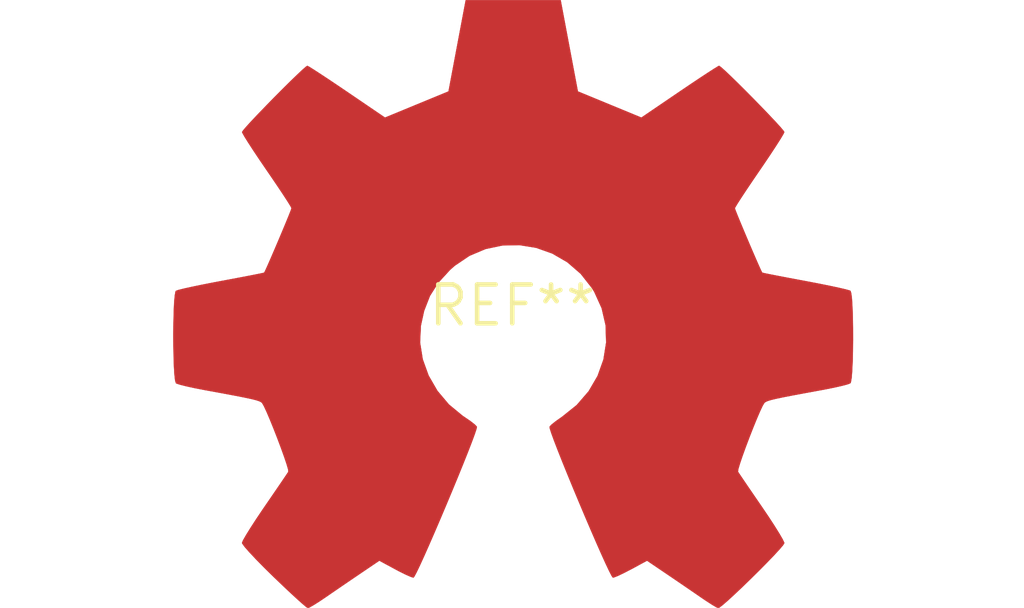
<source format=kicad_pcb>
(kicad_pcb (version 20240108) (generator pcbnew)
  (layers (0 "F.Cu" signal) (31 "B.Cu" signal) (34 "B.Paste" user) (35 "F.Paste" user) (36 "B.SilkS" user "B.Silkscreen") (37 "F.SilkS" user "F.Silkscreen") (38 "B.Mask" user) (39 "F.Mask" user) (44 "Edge.Cuts" user))
  (net 0 "")
  (footprint "OSHW-Symbol_22.3x20mm_Copper" (layer "F.Cu") (at 0 0)
    (property "Reference" "REF**")
    (property "Value" "OSHW-Symbol_22.3x20mm_Copper")
    (fp_poly (pts (xy 1.866338 -8.498934) (xy 2.147794 -7.005955) (xy 3.186327 -6.577837) (xy 4.224861 -6.14972) (xy 5.470755 -6.996919) (xy 5.81967 -7.232807) (xy 6.135071 -7.443425) (xy 6.402239 -7.619155) (xy 6.606456 -7.750383) (xy 6.733004 -7.827492) (xy 6.767467 -7.844118) (xy 6.829552 -7.801357) (xy 6.962221 -7.683141) (xy 7.150601 -7.504572) (xy 7.379825 -7.28075) (xy 7.635019 -7.026778) (xy 7.901315 -6.757755) (xy 8.163842 -6.488783) (xy 8.407729 -6.234963) (xy 8.618105 -6.011397) (xy 8.780101 -5.833186) (xy 8.878845 -5.71543) (xy 8.902451 -5.676021) (xy 8.868478 -5.603368) (xy 8.773234 -5.444199) (xy 8.626735 -5.214084) (xy 8.438993 -4.928592) (xy 8.220022 -4.603291) (xy 8.093137 -4.417748) (xy 7.861863 -4.078946) (xy 7.656352 -3.773211) (xy 7.486575 -3.515763) (xy 7.362502 -3.321819) (xy 7.294102 -3.206598) (xy 7.283823 -3.182384) (xy 7.307124 -3.113567) (xy 7.370637 -2.953181) (xy 7.464779 -2.723777) (xy 7.579966 -2.447904) (xy 7.706617 -2.148113) (xy 7.835148 -1.846954) (xy 7.955975 -1.566978) (xy 8.059515 -1.330734) (xy 8.136186 -1.160772) (xy 8.176405 -1.079643) (xy 8.178779 -1.07645) (xy 8.24193 -1.060959) (xy 8.410115 -1.0264) (xy 8.6659 -0.97617) (xy 8.991853 -0.913666) (xy 9.370541 -0.842286) (xy 9.591485 -0.801123) (xy 9.996132 -0.724079) (xy 10.361624 -0.650767) (xy 10.669468 -0.585198) (xy 10.901174 -0.531385) (xy 11.038253 -0.493339) (xy 11.065809 -0.481268) (xy 11.092797 -0.399565) (xy 11.114573 -0.215039) (xy 11.131151 0.05073) (xy 11.142546 0.376166) (xy 11.148773 0.73969) (xy 11.149845 1.119725) (xy 11.145779 1.494692) (xy 11.136589 1.843014) (xy 11.122289 2.143113) (xy 11.102895 2.373411) (xy 11.078421 2.512329) (xy 11.063742 2.541249) (xy 10.975998 2.575913) (xy 10.790072 2.62547) (xy 10.530558 2.684098) (xy 10.222049 2.745976) (xy 10.114355 2.765994) (xy 9.595119 2.861102) (xy 9.18496 2.937697) (xy 8.870325 2.998821) (xy 8.637663 3.047521) (xy 8.473419 3.086839) (xy 8.364043 3.11982) (xy 8.295981 3.149509) (xy 8.255681 3.17895) (xy 8.250043 3.184769) (xy 8.193758 3.278499) (xy 8.107895 3.460911) (xy 8.001029 3.709667) (xy 7.881731 4.002432) (xy 7.758576 4.316869) (xy 7.640138 4.630641) (xy 7.534988 4.921412) (xy 7.451702 5.166846) (xy 7.398853 5.344606) (xy 7.385013 5.432355) (xy 7.386167 5.435429) (xy 7.43306 5.507152) (xy 7.539442 5.664962) (xy 7.694133 5.892432) (xy 7.885955 6.173137) (xy 8.103728 6.49065) (xy 8.165747 6.580881) (xy 8.386882 6.908006) (xy 8.581472 7.206477) (xy 8.738915 7.459153) (xy 8.848613 7.648896) (xy 8.899964 7.758567) (xy 8.902451 7.772041) (xy 8.859306 7.842859) (xy 8.74009 7.983151) (xy 8.560127 8.177841) (xy 8.334743 8.41185) (xy 8.079264 8.670101) (xy 7.809015 8.937515) (xy 7.539322 9.199014) (xy 7.28551 9.439522) (xy 7.062906 9.64396) (xy 6.886834 9.79725) (xy 6.77262 9.884314) (xy 6.741024 9.898529) (xy 6.667479 9.865048) (xy 6.516904 9.774748) (xy 6.313825 9.642839) (xy 6.157577 9.536667) (xy 5.874463 9.34185) (xy 5.539187 9.11246) (xy 5.202888 8.883438) (xy 5.022083 8.760865) (xy 4.410097 8.346925) (xy 3.896377 8.624688) (xy 3.66234 8.74637) (xy 3.463326 8.840951) (xy 3.328669 8.894895) (xy 3.294393 8.902402) (xy 3.253176 8.846981) (xy 3.171863 8.690373) (xy 3.056522 8.447021) (xy 2.913225 8.131373) (xy 2.748041 7.757873) (xy 2.56704 7.340968) (xy 2.376292 6.895104) (xy 2.181867 6.434726) (xy 1.989835 5.97428) (xy 1.806267 5.528211) (xy 1.637232 5.110967) (xy 1.4888 4.736992) (xy 1.367042 4.420732) (xy 1.278027 4.176633) (xy 1.227825 4.019141) (xy 1.219751 3.965052) (xy 1.283742 3.896059) (xy 1.423847 3.784063) (xy 1.610779 3.652334) (xy 1.626468 3.641911) (xy 2.109613 3.255171) (xy 2.499186 2.803976) (xy 2.791812 2.302755) (xy 2.984114 1.765934) (xy 3.072717 1.207941) (xy 3.054244 0.643202) (xy 2.925319 0.086146) (xy 2.682566 -0.448802) (xy 2.611146 -0.565842) (xy 2.239671 -1.038455) (xy 1.800818 -1.417971) (xy 1.309776 -1.702415) (xy 0.781734 -1.889814) (xy 0.231883 -1.978195) (xy -0.32459 -1.965582) (xy -0.872496 -1.850004) (xy -1.396644 -1.629486) (xy -1.881846 -1.302054) (xy -2.031933 -1.169157) (xy -2.413912 -0.753153) (xy -2.692256 -0.31522) (xy -2.883191 0.175664) (xy -2.989532 0.661792) (xy -3.015783 1.208353) (xy -2.928248 1.757628) (xy -2.735817 2.29105) (xy -2.447382 2.790053) (xy -2.071835 3.236072) (xy -1.618067 3.610541) (xy -1.558431 3.650013) (xy -1.369496 3.779279) (xy -1.225871 3.89128) (xy -1.157206 3.962791) (xy -1.156207 3.965052) (xy -1.170949 4.042409) (xy -1.229386 4.217977) (xy -1.325446 4.477313) (xy -1.453056 4.805973) (xy -1.606144 5.189517) (xy -1.778638 5.613501) (xy -1.964465 6.063483) (xy -2.157553 6.525019) (xy -2.351829 6.983669) (xy -2.541221 7.424988) (xy -2.719656 7.834535) (xy -2.881063 8.197868) (xy -3.019368 8.500543) (xy -3.128499 8.728117) (xy -3.202384 8.86615) (xy -3.232138 8.902402) (xy -3.323056 8.874172) (xy -3.493174 8.798461) (xy -3.713158 8.688799) (xy -3.834123 8.624688) (xy -4.347842 8.346925) (xy -4.959828 8.760865) (xy -5.272233 8.972923) (xy -5.614262 9.206288) (xy -5.934778 9.42602) (xy -6.095322 9.536667) (xy -6.321121 9.688294) (xy -6.512321 9.808451) (xy -6.64398 9.881923) (xy -6.686744 9.897455) (xy -6.748986 9.855556) (xy -6.886737 9.73859) (xy -7.086642 9.558699) (xy -7.335348 9.32803) (xy -7.619498 9.058725) (xy -7.79921 8.885813) (xy -8.113621 8.576891) (xy -8.385341 8.300584) (xy -8.603387 8.068712) (xy -8.756775 7.893093) (xy -8.834521 7.785548) (xy -8.84198 7.763724) (xy -8.807367 7.680708) (xy -8.711719 7.512855) (xy -8.565645 7.277158) (xy -8.379756 6.990611) (xy -8.164661 6.670207) (xy -8.103493 6.580881) (xy -7.880613 6.256222) (xy -7.680655 5.963921) (xy -7.514798 5.720404) (xy -7.394222 5.542097) (xy -7.330106 5.445425) (xy -7.323912 5.435429) (xy -7.333175 5.358386) (xy -7.382345 5.188997) (xy -7.462849 4.949597) (xy -7.566112 4.662522) (xy -7.683562 4.35011) (xy -7.806625 4.034697) (xy -7.926728 3.738619) (xy -8.035297 3.484212) (xy -8.123758 3.293814) (xy -8.183539 3.18976) (xy -8.187788 3.184769) (xy -8.224344 3.155031) (xy -8.286087 3.125623) (xy -8.386568 3.093502) (xy -8.539341 3.055622) (xy -8.757957 3.00894) (xy -9.055969 2.950411) (xy -9.44693 2.876991) (xy -9.944392 2.785636) (xy -10.0521 2.765994) (xy -10.371323 2.704318) (xy -10.649616 2.643982) (xy -10.862386 2.590808) (xy -10.98504 2.550619) (xy -11.001487 2.541249) (xy -11.028588 2.458183) (xy -11.050617 2.272553) (xy -11.067559 2.005938) (xy -11.0794 1.679917) (xy -11.086124 1.316066) (xy -11.087716 0.935964) (xy -11.084163 0.561189) (xy -11.075449 0.213318) (xy -11.061559 -0.08607) (xy -11.042479 -0.315397) (xy -11.018194 -0.453087) (xy -11.003554 -0.481268) (xy -10.922049 -0.509694) (xy -10.736454 -0.555941) (xy -10.46526 -0.615995) (xy -10.126957 -0.685846) (xy -9.740036 -0.761481) (xy -9.52923 -0.801123) (xy -9.129259 -0.875892) (xy -8.772581 -0.943625) (xy -8.476629 -1.000924) (xy -8.258837 -1.044393) (xy -8.136636 -1.070633) (xy -8.116524 -1.07645) (xy -8.082532 -1.142036) (xy -8.010676 -1.300012) (xy -7.910536 -1.527809) (xy -7.791688 -1.802858) (xy -7.663711 -2.102589) (xy -7.536184 -2.404433) (xy -7.418684 -2.685823) (xy -7.320788 -2.924187) (xy -7.252077 -3.096958) (xy -7.222126 -3.181566) (xy -7.221569 -3.185264) (xy -7.255522 -3.252008) (xy -7.350711 -3.405601) (xy -7.497132 -3.630779) (xy -7.684779 -3.912276) (xy -7.903648 -4.234826) (xy -8.030882 -4.420098) (xy -8.262727 -4.759808) (xy -8.468647 -5.068228) (xy -8.638597 -5.329757) (xy -8.762528 -5.528794) (xy -8.830394 -5.649734) (xy -8.840196 -5.676846) (xy -8.798062 -5.739951) (xy -8.681579 -5.87469) (xy -8.505628 -6.065969) (xy -8.285086 -6.298692) (xy -8.034835 -6.557764) (xy -7.769754 -6.828091) (xy -7.504722 -7.094577) (xy -7.254619 -7.342127) (xy -7.034324 -7.555646) (xy -6.858717 -7.720039) (xy -6.742678 -7.820211) (xy -6.703858 -7.844118) (xy -6.640651 -7.810502) (xy -6.489471 -7.716062) (xy -6.265019 -7.570412) (xy -5.981992 -7.383166) (xy -5.65509 -7.163937) (xy -5.4085 -6.996919) (xy -4.162606 -6.14972) (xy -3.124073 -6.577837) (xy -2.085539 -7.005955) (xy -1.804083 -8.498934) (xy -1.522627 -9.991912) (xy 1.584882 -9.991912) (xy 1.866338 -8.498934)) (layer "F.Cu") (stroke (width 0.01)) (fill solid))
  )
)
</source>
